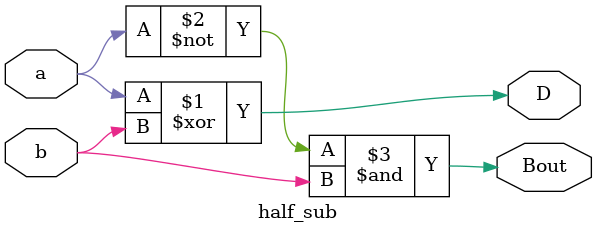
<source format=v>
`timescale 1ns / 1ps

module half_sub (
    input a, b,
    output D, Bout
);
    xor x1 (D, a, b);
    and a1 (Bout, ~a, b);

endmodule
</source>
